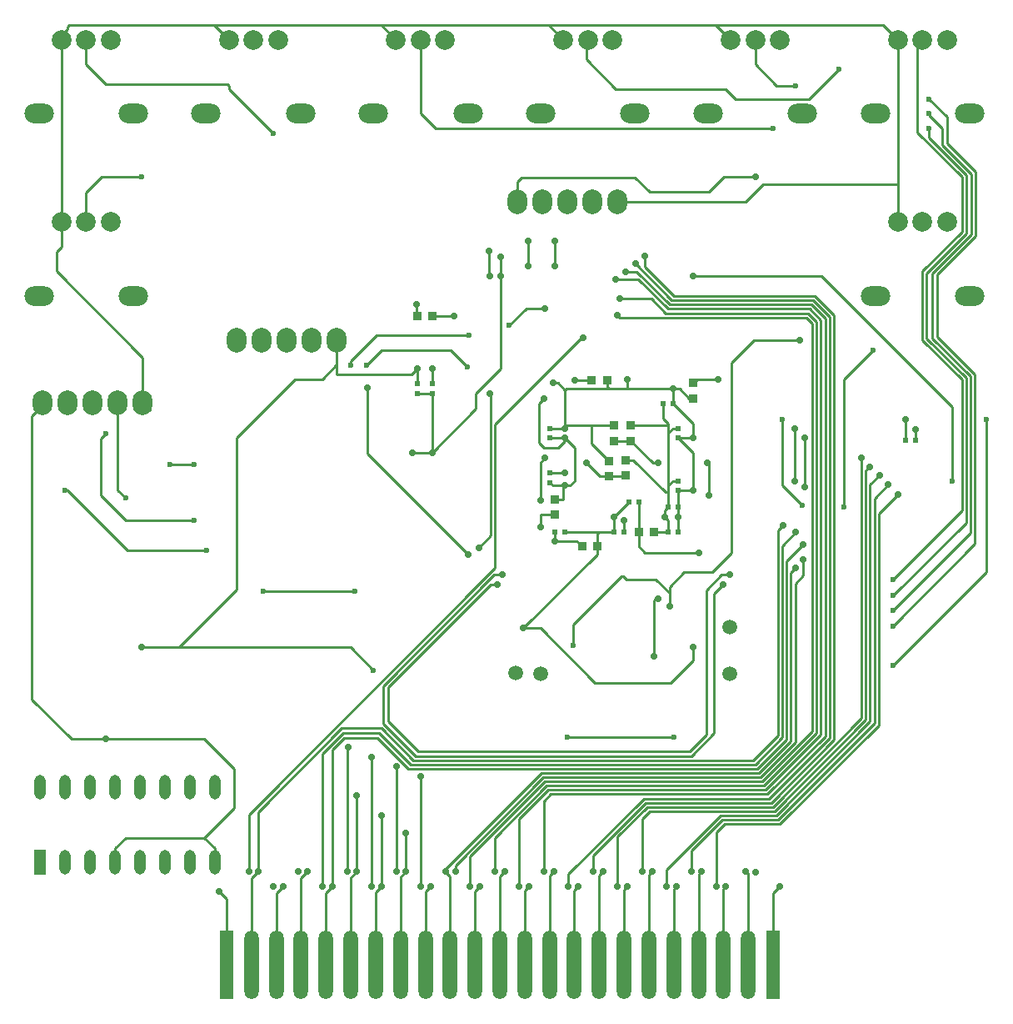
<source format=gbl>
G04*
G04 #@! TF.GenerationSoftware,Altium Limited,Altium Designer,19.0.15 (446)*
G04*
G04 Layer_Physical_Order=2*
G04 Layer_Color=16711680*
%FSLAX42Y42*%
%MOMM*%
G71*
G01*
G75*
%ADD11C,0.25*%
%ADD36R,0.90X0.85*%
%ADD38R,0.60X0.60*%
%ADD41R,0.85X0.90*%
%ADD42R,0.60X0.60*%
%ADD48O,1.45X7.00*%
%ADD49R,1.45X7.00*%
%ADD51O,3.00X2.00*%
%ADD52C,2.00*%
%ADD53O,2.00X2.50*%
%ADD54C,1.52*%
%ADD55O,1.20X2.50*%
%ADD56R,1.20X2.50*%
%ADD57C,0.60*%
%ADD58C,0.70*%
D11*
X4302Y-900D02*
Y-152D01*
X4300Y-150D02*
X4302Y-152D01*
Y-900D02*
X4452Y-1050D01*
X7882D01*
X9650Y-1200D02*
Y-933D01*
X9467Y-750D02*
X9650Y-933D01*
Y-1200D02*
X9943Y-1493D01*
Y-2140D02*
Y-1493D01*
X9350Y-200D02*
X9400Y-150D01*
X9350Y-1090D02*
Y-200D01*
Y-1090D02*
X9800Y-1540D01*
X9467Y-917D02*
Y-900D01*
Y-917D02*
X9600Y-1050D01*
Y-1218D02*
Y-1050D01*
X9467Y-1145D02*
X9843Y-1522D01*
X9467Y-1145D02*
Y-1050D01*
X3448Y-3444D02*
Y-3197D01*
Y-3550D02*
Y-3444D01*
Y-3550D02*
X4207D01*
X4265Y-3491D01*
X1750Y-4459D02*
X2000D01*
X3589Y-3450D02*
Y-3411D01*
X3850Y-3150D01*
X4792D01*
X5200Y-3050D02*
X5376Y-2874D01*
X5566D01*
X1050Y-4200D02*
X1100Y-4150D01*
X1050Y-4776D02*
Y-4200D01*
Y-4776D02*
X1300Y-5026D01*
X2000D01*
X3750Y-3450D02*
X3900Y-3300D01*
X4606D01*
X4777Y-3471D01*
X10050Y-5551D02*
Y-4004D01*
X9101Y-6500D02*
X10050Y-5551D01*
X6871Y-7232D02*
X6872Y-7233D01*
X5787Y-7232D02*
X6871D01*
X7202Y-7208D02*
Y-5735D01*
X4278Y-7377D02*
X7033D01*
X7202Y-5735D02*
X7356Y-5580D01*
X7033Y-7377D02*
X7202Y-7208D01*
X3588Y-6318D02*
X3820Y-6550D01*
X1847Y-6318D02*
X3588D01*
X5055Y-5512D02*
Y-4051D01*
X2552Y-8016D02*
X5055Y-5512D01*
Y-4051D02*
X5931Y-3174D01*
X6831Y-5768D02*
Y-5703D01*
X688Y-4726D02*
X714D01*
X684Y-4722D02*
X688Y-4726D01*
X714D02*
X1318Y-5330D01*
X2123D01*
X2700Y-5750D02*
X3632D01*
X5850Y-6300D02*
Y-6088D01*
X6339Y-5599D01*
X6361D01*
X6390Y-5628D01*
X6692D01*
X6831Y-5768D01*
Y-5900D02*
Y-5768D01*
X9500Y-2522D02*
X9900Y-2122D01*
X9843Y-2118D02*
Y-1522D01*
X9443Y-2518D02*
X9843Y-2118D01*
X9800Y-2100D02*
Y-1540D01*
X9400Y-2500D02*
X9800Y-2100D01*
X9900Y-2122D02*
Y-1518D01*
X9600Y-1218D02*
X9900Y-1518D01*
X9930Y-5267D02*
Y-3546D01*
X9550Y-3167D02*
X9930Y-3546D01*
X9550Y-3167D02*
Y-2533D01*
X9943Y-2140D01*
X9886Y-5157D02*
Y-3564D01*
X9500Y-3178D02*
X9886Y-3564D01*
X9500Y-3178D02*
Y-2522D01*
X9097Y-6100D02*
X9930Y-5267D01*
X5981Y-350D02*
Y-169D01*
X6000Y-150D01*
X5981Y-350D02*
X6281Y-650D01*
X7402D01*
X7502Y-750D01*
X8250D01*
X8550Y-450D01*
X9100Y-5943D02*
X9886Y-5157D01*
X9843Y-5050D02*
Y-3582D01*
X9100Y-5793D02*
X9843Y-5050D01*
X9443Y-3182D02*
X9843Y-3582D01*
X9443Y-3182D02*
Y-2518D01*
X9800Y-4930D02*
Y-3600D01*
X9400Y-3200D02*
X9800Y-3600D01*
X9400Y-3200D02*
Y-2500D01*
X7700Y-400D02*
Y-150D01*
Y-400D02*
X7917Y-617D01*
X8110D01*
X7777Y-1618D02*
X9150D01*
Y-150D01*
X7602Y-1794D02*
X7777Y-1618D01*
X9150Y-2000D02*
Y-1618D01*
X9101Y-5628D02*
X9800Y-4930D01*
X4547Y-8594D02*
X4599Y-8646D01*
X7282Y-5775D02*
X7377Y-5680D01*
X7356Y-5580D02*
X7438D01*
X6831Y-5703D02*
X6980Y-5554D01*
X7262D01*
X7973Y-4669D02*
Y-4004D01*
Y-4669D02*
X8180Y-4876D01*
X8600Y-3600D02*
X8900Y-3300D01*
X8600Y-4893D02*
Y-3600D01*
X900Y-400D02*
X1100Y-600D01*
X900Y-400D02*
Y-150D01*
X1100Y-600D02*
X2335D01*
X2350Y-615D01*
Y-648D02*
Y-615D01*
Y-648D02*
X2802Y-1100D01*
X900Y-2000D02*
Y-1700D01*
X1060Y-1540D01*
X1462D01*
X1222Y-4722D02*
X1300Y-4800D01*
X1222Y-4722D02*
Y-3833D01*
X9000Y0D02*
X9150Y-150D01*
X7300Y0D02*
X9000D01*
X7300D02*
X7450Y-150D01*
X5600Y0D02*
X7300D01*
X3900D02*
X5600D01*
X5750Y-150D01*
X3900Y0D02*
X4050Y-150D01*
X2200Y0D02*
X3900D01*
X2200D02*
X2350Y-150D01*
X728Y0D02*
X2200D01*
X714Y-15D02*
X728Y0D01*
X714Y-39D02*
Y-15D01*
X650Y-103D02*
X714Y-39D01*
X650Y-150D02*
Y-103D01*
Y-150D02*
X650Y-150D01*
Y-2000D02*
Y-150D01*
Y-2000D02*
X650Y-2000D01*
X600Y-2500D02*
Y-2299D01*
X650Y-2249D01*
Y-2000D01*
X600Y-2500D02*
X1476Y-3376D01*
Y-3833D02*
Y-3376D01*
X350Y-6850D02*
Y-3968D01*
X460Y-3858D01*
Y-3833D01*
X9700Y-4626D02*
Y-3880D01*
X8370Y-2550D02*
X9700Y-3880D01*
X7066Y-2550D02*
X8370D01*
X6295Y-1794D02*
X7602D01*
X6627Y-1694D02*
X7231D01*
X6477Y-1544D02*
X6627Y-1694D01*
X7231D02*
X7385Y-1540D01*
X6793Y-2924D02*
X8235D01*
X6643Y-2774D02*
X6793Y-2924D01*
X6322Y-2774D02*
X6643D01*
X6811Y-2880D02*
X8253D01*
X6514Y-2584D02*
X6811Y-2880D01*
X6281Y-2584D02*
X6514D01*
X6829Y-2837D02*
X8271D01*
X6495Y-2504D02*
X6829Y-2837D01*
X6381Y-2504D02*
X6495D01*
X6874Y-2751D02*
X8306D01*
X6581Y-2458D02*
X6874Y-2751D01*
X6581Y-2458D02*
Y-2344D01*
X8306Y-2751D02*
X8498Y-2942D01*
X8289Y-2794D02*
X8455Y-2960D01*
X6852Y-2794D02*
X8289D01*
X6482Y-2424D02*
X6852Y-2794D01*
X8271Y-2837D02*
X8412Y-2978D01*
X8253Y-2880D02*
X8368Y-2996D01*
X8235Y-2924D02*
X8325Y-3014D01*
X8498Y-7258D02*
Y-2942D01*
X8455Y-7240D02*
Y-2960D01*
X8412Y-7222D02*
Y-2978D01*
X8368Y-7204D02*
Y-2996D01*
X8325Y-7187D02*
Y-3014D01*
X8217Y-2967D02*
X8282Y-3031D01*
Y-7169D02*
Y-3031D01*
X6324Y-2967D02*
X8217D01*
X6302Y-2944D02*
X6324Y-2967D01*
X3652Y-8594D02*
Y-7824D01*
X3970Y-7069D02*
X4278Y-7377D01*
X4552Y-8594D02*
Y-8569D01*
X5528Y-7593D02*
X7736D01*
X4552Y-8569D02*
X5528Y-7593D01*
X5621Y-7809D02*
X7825D01*
X5552Y-7878D02*
X5621Y-7809D01*
X5552Y-8594D02*
Y-7878D01*
X5599Y-7765D02*
X7807D01*
X5302Y-8063D02*
X5599Y-7765D01*
X5302Y-8744D02*
Y-8063D01*
X5581Y-7722D02*
X7789D01*
X5052Y-8252D02*
X5581Y-7722D01*
X5052Y-8594D02*
Y-8252D01*
X5563Y-7679D02*
X7771D01*
X4802Y-8441D02*
X5563Y-7679D01*
X4802Y-8744D02*
Y-8441D01*
X5546Y-7636D02*
X7754D01*
X4652Y-8530D02*
X5546Y-7636D01*
X4652Y-8594D02*
Y-8530D01*
X5802Y-8617D02*
X6567Y-7852D01*
X5802Y-8744D02*
Y-8617D01*
X6567Y-7852D02*
X7843D01*
X6052Y-8428D02*
X6584Y-7895D01*
X6052Y-8594D02*
Y-8428D01*
X6584Y-7895D02*
X7861D01*
X6629Y-7981D02*
X7897D01*
X6552Y-8058D02*
X6629Y-7981D01*
X6552Y-8594D02*
Y-8058D01*
X6802Y-8572D02*
X7349Y-8025D01*
X6802Y-8744D02*
Y-8572D01*
X7349Y-8025D02*
X7914D01*
X7389Y-8111D02*
X7950D01*
X7302Y-8198D02*
X7389Y-8111D01*
X7302Y-8744D02*
Y-8198D01*
X7950Y-8111D02*
X8954Y-7107D01*
X7367Y-8068D02*
X7932D01*
X7052Y-8383D02*
X7367Y-8068D01*
X7052Y-8594D02*
Y-8383D01*
X7932Y-8068D02*
X8911Y-7089D01*
X7914Y-8025D02*
X8868Y-7071D01*
X7897Y-7981D02*
X8825Y-7053D01*
X6602Y-7938D02*
X7879D01*
X6302Y-8239D02*
X6602Y-7938D01*
X6302Y-8744D02*
Y-8239D01*
X7879Y-7938D02*
X8782Y-7035D01*
X7861Y-7895D02*
X8498Y-7258D01*
X7843Y-7852D02*
X8455Y-7240D01*
X7825Y-7809D02*
X8412Y-7222D01*
X7807Y-7765D02*
X8368Y-7204D01*
X7789Y-7722D02*
X8325Y-7187D01*
X7771Y-7679D02*
X8282Y-7169D01*
X7754Y-7636D02*
X8108Y-7282D01*
X7736Y-7593D02*
X8060Y-7269D01*
X4170Y-7550D02*
X7718D01*
X3860Y-7240D02*
X4170Y-7550D01*
X7718D02*
X8016Y-7251D01*
X4196Y-7506D02*
X7700D01*
X3880Y-7190D02*
X4196Y-7506D01*
X7700D02*
X7973Y-7233D01*
X8954Y-7107D02*
Y-4961D01*
X8911Y-7089D02*
Y-4804D01*
X8868Y-7071D02*
Y-4664D01*
X8825Y-7053D02*
Y-4521D01*
X8782Y-7035D02*
Y-4391D01*
X8108Y-7282D02*
Y-5670D01*
X8060Y-7269D02*
Y-5564D01*
X8016Y-7251D02*
Y-5444D01*
X7973Y-7233D02*
Y-5287D01*
X7930Y-7215D02*
Y-5130D01*
X7682Y-7463D02*
X7930Y-7215D01*
X4223Y-7463D02*
X7682D01*
X8190Y-5588D02*
Y-5430D01*
X8108Y-5670D02*
X8190Y-5588D01*
X8060Y-5564D02*
X8110Y-5514D01*
X8016Y-5444D02*
X8190Y-5270D01*
X7973Y-5287D02*
X8110Y-5150D01*
X8954Y-4961D02*
X9152Y-4764D01*
X8911Y-4804D02*
X9052Y-4664D01*
X8868Y-4664D02*
X8962Y-4570D01*
X8825Y-4521D02*
X8862Y-4484D01*
X2552Y-8594D02*
Y-8016D01*
X3497Y-7140D02*
X3900D01*
X2649Y-7988D02*
X3497Y-7140D01*
X2649Y-8594D02*
Y-7988D01*
X3509Y-7190D02*
X3880D01*
X3302Y-7397D02*
X3509Y-7190D01*
X3302Y-8744D02*
Y-7397D01*
X3520Y-7240D02*
X3860D01*
X3402Y-7358D02*
X3520Y-7240D01*
X3402Y-8744D02*
Y-7358D01*
X5049Y-5580D02*
X5130D01*
X3920Y-6709D02*
X5049Y-5580D01*
X3920Y-7090D02*
Y-6709D01*
X5010Y-5680D02*
X5080D01*
X3970Y-6720D02*
X5010Y-5680D01*
X3970Y-7069D02*
Y-6720D01*
X5012Y-5184D02*
Y-3734D01*
X7282Y-7190D02*
Y-5775D01*
X4250Y-7420D02*
X7052D01*
X3920Y-7090D02*
X4250Y-7420D01*
X1847Y-6318D02*
X2432Y-5734D01*
X1462Y-6318D02*
X1847D01*
X5110Y-3490D02*
Y-2550D01*
X4860Y-3740D02*
X5110Y-3490D01*
X4860Y-3897D02*
Y-3740D01*
X4415Y-4341D02*
X4860Y-3897D01*
X4996Y-2546D02*
X5000Y-2550D01*
X4996Y-2546D02*
Y-2294D01*
X4992Y-2290D02*
X4996Y-2294D01*
X5110Y-2550D02*
Y-2350D01*
X7930Y-5130D02*
X7980Y-5080D01*
X3552Y-7344D02*
X3562Y-7334D01*
X7052Y-7420D02*
X7282Y-7190D01*
X3900Y-7140D02*
X4223Y-7463D01*
X3762Y-4354D02*
X4782Y-5374D01*
X3762Y-4354D02*
Y-3684D01*
X8200Y-4690D02*
Y-4193D01*
X8102Y-4630D02*
Y-4100D01*
X7462Y-3424D02*
X7688Y-3197D01*
X8150D01*
X7385Y-1540D02*
X7700D01*
X350Y-6850D02*
X750Y-7250D01*
X1100D01*
X2100D01*
X2400Y-7550D01*
Y-7950D02*
Y-7550D01*
X2100Y-8250D02*
X2400Y-7950D01*
X2208Y-8500D02*
Y-8358D01*
X2100Y-8250D02*
X2208Y-8358D01*
X1300Y-8250D02*
X2100D01*
X1192Y-8358D02*
X1300Y-8250D01*
X1192Y-8500D02*
Y-8358D01*
X5279Y-1794D02*
Y-1591D01*
X5326Y-1544D01*
X6477D01*
X7066Y-6449D02*
Y-6318D01*
X6839Y-6677D02*
X7066Y-6449D01*
X6074Y-6677D02*
X6839D01*
X5521Y-6124D02*
X6074Y-6677D01*
X5342Y-6124D02*
X5521D01*
X5502Y-3844D02*
X5552Y-3794D01*
X5502Y-4244D02*
Y-3844D01*
Y-4244D02*
X5552Y-4294D01*
X5694D01*
X5766Y-4221D01*
Y-4193D01*
X1476Y-3833D02*
X1552Y-3909D01*
X6402Y-3693D02*
X6866D01*
X6216D02*
X6402D01*
Y-3594D01*
X3298D02*
X3448Y-3444D01*
X3026Y-3594D02*
X3298D01*
X2432Y-4188D02*
X3026Y-3594D01*
X2432Y-5734D02*
Y-4188D01*
X7262Y-5554D02*
X7462Y-5354D01*
Y-3424D01*
X7079Y-3631D02*
X7116Y-3594D01*
X7322D01*
X7074Y-3626D02*
X7079Y-3631D01*
X7066Y-3633D02*
X7074Y-3626D01*
X4152Y-8594D02*
Y-8204D01*
X3902Y-8744D02*
Y-8024D01*
X4302Y-8744D02*
Y-7624D01*
X4052Y-8594D02*
Y-7527D01*
X3802Y-8744D02*
Y-7431D01*
X3552Y-8594D02*
Y-7344D01*
X3802Y-8744D02*
X3812Y-8734D01*
X5931Y-3174D02*
X5952D01*
X5662Y-2444D02*
Y-2194D01*
X5392Y-2444D02*
Y-2194D01*
X4262Y-2950D02*
X4265Y-2954D01*
X4262Y-2950D02*
Y-2834D01*
X5342Y-6124D02*
X6094Y-5372D01*
Y-5293D01*
X6692Y-5824D02*
X6712D01*
X6672Y-5844D02*
X6692Y-5824D01*
X6672Y-6404D02*
Y-5844D01*
X5002Y-3744D02*
X5002D01*
X5012Y-3734D01*
X4892Y-5304D02*
X5012Y-5184D01*
X3337Y-8809D02*
X3402Y-8744D01*
X3337Y-9544D02*
Y-8809D01*
X4547Y-8594D02*
X4552D01*
X4599Y-9544D02*
Y-8646D01*
X7602Y-8594D02*
X7607D01*
X7629Y-8616D01*
Y-9544D02*
Y-8616D01*
X6816Y-4743D02*
Y-4676D01*
Y-4893D02*
Y-4743D01*
X6790D02*
X6816D01*
X6463Y-4415D02*
X6790Y-4743D01*
X6385Y-4415D02*
X6463D01*
X6030Y-4065D02*
X6266D01*
X5794D02*
X6030D01*
X6039Y-4074D01*
Y-4251D02*
Y-4074D01*
Y-4251D02*
X6215Y-4427D01*
X6374Y-4582D02*
X6385Y-4570D01*
X6215Y-4582D02*
X6374D01*
X6120D02*
X6215D01*
X5981Y-4443D02*
X6120Y-4582D01*
X5516Y-4443D02*
X5566Y-4393D01*
X5516Y-4826D02*
Y-4443D01*
X5766Y-4093D02*
X5794Y-4065D01*
X6816D02*
Y-4043D01*
Y-4143D02*
Y-4065D01*
X6436D02*
X6816D01*
X6266Y-4220D02*
X6436D01*
X6659Y-4443D01*
X6716D01*
X7216D02*
X7231Y-4458D01*
Y-4776D02*
Y-4458D01*
X5744Y-4698D02*
X5766Y-4676D01*
X5744Y-4815D02*
Y-4698D01*
X5666Y-4815D02*
X5744D01*
X5516Y-4970D02*
X5666D01*
X5516Y-5093D02*
Y-4970D01*
X6116Y-5143D02*
X6266D01*
X5766D02*
X6116D01*
X6094Y-5165D02*
X6116Y-5143D01*
X6094Y-5293D02*
Y-5165D01*
X5887Y-5241D02*
X5939Y-5293D01*
X5666Y-5241D02*
X5887D01*
X6266Y-4993D02*
X6416Y-4843D01*
X6416D01*
X6516D02*
X6518Y-4845D01*
Y-5143D02*
Y-4845D01*
X6816Y-5143D02*
X6816Y-5143D01*
X6673Y-5143D02*
X6816D01*
X6518Y-5293D02*
Y-5143D01*
Y-5293D02*
X6581Y-5356D01*
X7131D01*
X5779Y-3693D02*
X6216D01*
X6194Y-3670D02*
X6216Y-3693D01*
X6194Y-3670D02*
Y-3606D01*
X6037Y-3608D02*
X6039Y-3606D01*
X5866Y-3608D02*
X6037D01*
X5694Y-3633D02*
X5766Y-3706D01*
X5649Y-3633D02*
X5694D01*
X6866Y-3693D02*
X6931D01*
X7026Y-3788D01*
X7066D01*
X5766Y-3706D02*
X5779Y-3693D01*
X5766Y-4093D02*
Y-3706D01*
X6266Y-5143D02*
X6266Y-5143D01*
X5766Y-4193D02*
X5866Y-4293D01*
Y-4626D02*
Y-4293D01*
X5816Y-4676D02*
X5866Y-4626D01*
X5766Y-4676D02*
X5816D01*
X6866Y-3843D02*
Y-3693D01*
Y-3843D02*
X7066Y-4043D01*
Y-4193D02*
Y-4043D01*
X6766Y-3993D02*
Y-3843D01*
Y-3993D02*
X6816Y-4043D01*
X6916Y-4193D02*
X7066D01*
X6866Y-4093D02*
X6916D01*
X6816Y-4143D02*
X6866Y-4093D01*
X6816Y-4676D02*
Y-4143D01*
X6916Y-4193D02*
X7066Y-4343D01*
Y-4726D02*
Y-4343D01*
X6916Y-4726D02*
X7066D01*
X6866Y-4626D02*
X6916D01*
X6816Y-4676D02*
X6866Y-4626D01*
X6916Y-4893D02*
Y-4726D01*
Y-4993D02*
Y-4893D01*
X6781Y-4928D02*
X6816Y-4893D01*
X6781Y-4993D02*
Y-4928D01*
X6816Y-5143D02*
Y-5028D01*
X6781Y-4993D02*
X6816Y-5028D01*
X6916Y-5143D02*
Y-4993D01*
X6366Y-5143D02*
Y-5026D01*
X6266Y-5143D02*
Y-4993D01*
X5666Y-5241D02*
Y-5143D01*
X5616Y-4643D02*
X5649Y-4676D01*
X5766D01*
X5616Y-4543D02*
X5766D01*
X5616Y-4193D02*
X5766D01*
X5616Y-4093D02*
X5766D01*
X5766Y-4093D01*
X2579Y-8664D02*
X2649Y-8594D01*
X2579Y-9544D02*
Y-8664D01*
X7377Y-8769D02*
X7402Y-8744D01*
X7377Y-9544D02*
Y-8769D01*
X7124Y-8621D02*
X7152Y-8594D01*
X7124Y-9544D02*
Y-8621D01*
X6872Y-8774D02*
X6902Y-8744D01*
X6872Y-9544D02*
Y-8774D01*
X6619Y-8626D02*
X6652Y-8594D01*
X6619Y-9544D02*
Y-8626D01*
X6367Y-8779D02*
X6402Y-8744D01*
X6367Y-9544D02*
Y-8779D01*
X6114Y-8631D02*
X6152Y-8594D01*
X6114Y-9544D02*
Y-8631D01*
X5862Y-8784D02*
X5902Y-8744D01*
X5862Y-9544D02*
Y-8784D01*
X5609Y-8636D02*
X5652Y-8594D01*
X5609Y-9544D02*
Y-8636D01*
X5402Y-8744D02*
X5402D01*
X5357Y-8789D02*
X5402Y-8744D01*
X5357Y-9544D02*
Y-8789D01*
X5104Y-8641D02*
X5152Y-8594D01*
X5104Y-9544D02*
Y-8641D01*
X4902Y-8744D02*
X4902D01*
X4852Y-8794D02*
X4902Y-8744D01*
X4852Y-9544D02*
Y-8794D01*
X7882Y-9544D02*
Y-8814D01*
X7952Y-8744D01*
X2327Y-9544D02*
Y-8869D01*
X2252Y-8794D02*
X2327Y-8869D01*
X4347Y-8799D02*
X4402Y-8744D01*
X4347Y-9544D02*
Y-8799D01*
X9332Y-4214D02*
X9332Y-4214D01*
Y-4104D01*
X9232Y-4214D02*
Y-4004D01*
X4420Y-2954D02*
X4420Y-2954D01*
X4643D01*
X4215Y-4341D02*
X4415D01*
X4268Y-3741D02*
X4420D01*
X4265Y-3739D02*
X4268Y-3741D01*
X4415Y-3746D02*
X4420Y-3741D01*
X4415Y-4341D02*
Y-3746D01*
Y-3636D02*
X4420Y-3641D01*
X4415Y-3636D02*
Y-3491D01*
X4265Y-3639D02*
Y-3491D01*
X4094Y-8651D02*
X4152Y-8594D01*
X4094Y-9544D02*
Y-8651D01*
X3842Y-8804D02*
X3902Y-8744D01*
X3842Y-9544D02*
Y-8804D01*
X3589Y-8656D02*
X3652Y-8594D01*
X3589Y-9544D02*
Y-8656D01*
X3084Y-8661D02*
X3152Y-8594D01*
X3084Y-9544D02*
Y-8661D01*
X2902Y-8744D02*
X2902D01*
X2832Y-8814D02*
X2902Y-8744D01*
X2832Y-9544D02*
Y-8814D01*
D36*
X6385Y-4415D02*
D03*
Y-4570D02*
D03*
X6215Y-4427D02*
D03*
Y-4582D02*
D03*
X6436Y-4065D02*
D03*
Y-4220D02*
D03*
X6266Y-4065D02*
D03*
Y-4220D02*
D03*
X5666Y-4970D02*
D03*
Y-4815D02*
D03*
X7066Y-3633D02*
D03*
Y-3788D02*
D03*
D38*
X6916Y-4093D02*
D03*
Y-4193D02*
D03*
X6916Y-4626D02*
D03*
Y-4726D02*
D03*
X5616Y-4643D02*
D03*
Y-4543D02*
D03*
Y-4193D02*
D03*
Y-4093D02*
D03*
X4420Y-3741D02*
D03*
Y-3641D02*
D03*
X4265Y-3639D02*
D03*
Y-3739D02*
D03*
D41*
X6673Y-5143D02*
D03*
X6518D02*
D03*
X5939Y-5293D02*
D03*
X6094D02*
D03*
X4265Y-2954D02*
D03*
X4420D02*
D03*
X6039Y-3606D02*
D03*
X6194D02*
D03*
D42*
X6766Y-3843D02*
D03*
X6866D02*
D03*
X6816Y-4893D02*
D03*
X6916D02*
D03*
X6516Y-4843D02*
D03*
X6416D02*
D03*
X5666Y-5143D02*
D03*
X5766D02*
D03*
X9332Y-4214D02*
D03*
X9232D02*
D03*
X6366Y-5143D02*
D03*
X6266D02*
D03*
X6916D02*
D03*
X6816D02*
D03*
D48*
X7377Y-9544D02*
D03*
X6367D02*
D03*
X5357D02*
D03*
X7629D02*
D03*
X6872D02*
D03*
X6619D02*
D03*
X6114D02*
D03*
X5862D02*
D03*
X5104D02*
D03*
X4852D02*
D03*
X4599D02*
D03*
X4347D02*
D03*
X4094D02*
D03*
X3589D02*
D03*
X3337D02*
D03*
X2832D02*
D03*
X2579D02*
D03*
X7124D02*
D03*
X5609D02*
D03*
X3842D02*
D03*
X3084D02*
D03*
D49*
X7882D02*
D03*
X2327D02*
D03*
D51*
X8920Y-900D02*
D03*
X9880D02*
D03*
X7220D02*
D03*
X8180D02*
D03*
X5520Y-900D02*
D03*
X6480D02*
D03*
X3820Y-900D02*
D03*
X4780D02*
D03*
X2120Y-900D02*
D03*
X3080D02*
D03*
X420D02*
D03*
X1380D02*
D03*
X1380Y-2750D02*
D03*
X420D02*
D03*
X9880D02*
D03*
X8920D02*
D03*
D52*
X9150Y-150D02*
D03*
X9650D02*
D03*
X9400D02*
D03*
X7450D02*
D03*
X7950D02*
D03*
X7700D02*
D03*
X5750Y-150D02*
D03*
X6250D02*
D03*
X6000D02*
D03*
X4050Y-150D02*
D03*
X4550D02*
D03*
X4300D02*
D03*
X2350Y-150D02*
D03*
X2850D02*
D03*
X2600D02*
D03*
X650D02*
D03*
X1150D02*
D03*
X900D02*
D03*
X900Y-2000D02*
D03*
X1150D02*
D03*
X650D02*
D03*
X9400D02*
D03*
X9650D02*
D03*
X9150D02*
D03*
D53*
X5279Y-1794D02*
D03*
X5787D02*
D03*
X6041D02*
D03*
X6295D02*
D03*
X5533D02*
D03*
X2432Y-3197D02*
D03*
X2940D02*
D03*
X3194D02*
D03*
X3448D02*
D03*
X2686D02*
D03*
X1222Y-3833D02*
D03*
X460D02*
D03*
X714D02*
D03*
X968D02*
D03*
X1476D02*
D03*
D54*
X7438Y-6109D02*
D03*
Y-6589D02*
D03*
X5267Y-6579D02*
D03*
X5517Y-6584D02*
D03*
D55*
X2208Y-7738D02*
D03*
X1954D02*
D03*
X1700D02*
D03*
X1446D02*
D03*
X2208Y-8500D02*
D03*
X1954D02*
D03*
X1700D02*
D03*
X1446D02*
D03*
X684D02*
D03*
X938D02*
D03*
X1192D02*
D03*
X430Y-7738D02*
D03*
X684D02*
D03*
X938D02*
D03*
X1192D02*
D03*
D56*
X430Y-8500D02*
D03*
D57*
X7882Y-1050D02*
D03*
X9467Y-750D02*
D03*
Y-900D02*
D03*
Y-1050D02*
D03*
X1750Y-4459D02*
D03*
X2000D02*
D03*
X3589Y-3450D02*
D03*
X4792Y-3150D02*
D03*
X5200Y-3050D02*
D03*
X1100Y-4150D02*
D03*
X2000Y-5026D02*
D03*
X3750Y-3450D02*
D03*
X4777Y-3471D02*
D03*
X10050Y-4004D02*
D03*
X9101Y-6500D02*
D03*
X6872Y-7233D02*
D03*
X5787Y-7232D02*
D03*
X3820Y-6550D02*
D03*
X684Y-4722D02*
D03*
X2123Y-5330D02*
D03*
X2700Y-5750D02*
D03*
X3632D02*
D03*
X5850Y-6300D02*
D03*
X9097Y-6100D02*
D03*
X8550Y-450D02*
D03*
X9100Y-5943D02*
D03*
X8110Y-617D02*
D03*
X9100Y-5793D02*
D03*
X9101Y-5628D02*
D03*
X7973Y-4004D02*
D03*
X8180Y-4876D02*
D03*
X8900Y-3300D02*
D03*
X8600Y-4893D02*
D03*
X2802Y-1100D02*
D03*
X1462Y-1540D02*
D03*
X1300Y-4800D02*
D03*
X9700Y-4626D02*
D03*
D58*
X7377Y-5680D02*
D03*
X7438Y-5580D02*
D03*
X6831Y-5900D02*
D03*
X5566Y-2874D02*
D03*
X7066Y-2550D02*
D03*
X3652Y-7824D02*
D03*
X5130Y-5580D02*
D03*
X5080Y-5680D02*
D03*
X6281Y-2584D02*
D03*
X1462Y-6318D02*
D03*
X4992Y-2290D02*
D03*
X5110Y-2350D02*
D03*
Y-2550D02*
D03*
X5000D02*
D03*
X3562Y-7334D02*
D03*
X7980Y-5080D02*
D03*
X8110Y-5150D02*
D03*
X8190Y-5270D02*
D03*
Y-5430D02*
D03*
X8110Y-5514D02*
D03*
X4782Y-5374D02*
D03*
X8200Y-4690D02*
D03*
X8102Y-4630D02*
D03*
X8200Y-4193D02*
D03*
X8102Y-4100D02*
D03*
X8150Y-3197D02*
D03*
X7700Y-1540D02*
D03*
X1100Y-7250D02*
D03*
X5552Y-3794D02*
D03*
X6402Y-3594D02*
D03*
X7322D02*
D03*
X3762Y-3684D02*
D03*
X3802Y-7431D02*
D03*
X4152Y-8204D02*
D03*
X4302Y-7624D02*
D03*
X4052Y-7527D02*
D03*
X5952Y-3174D02*
D03*
X5662Y-2444D02*
D03*
Y-2194D02*
D03*
X5392Y-2444D02*
D03*
Y-2194D02*
D03*
X4262Y-2834D02*
D03*
X5342Y-6124D02*
D03*
X7066Y-6318D02*
D03*
X6712Y-5824D02*
D03*
X6672Y-6404D02*
D03*
X5002Y-3744D02*
D03*
X4892Y-5304D02*
D03*
X3402Y-8744D02*
D03*
X3302D02*
D03*
X6302Y-2944D02*
D03*
X6322Y-2774D02*
D03*
X6381Y-2504D02*
D03*
X6482Y-2424D02*
D03*
X6581Y-2344D02*
D03*
X9152Y-4764D02*
D03*
X9052Y-4664D02*
D03*
X8962Y-4570D02*
D03*
X8862Y-4484D02*
D03*
X8782Y-4391D02*
D03*
X3902Y-8024D02*
D03*
X4552Y-8594D02*
D03*
X4652D02*
D03*
X7702Y-8599D02*
D03*
X7602Y-8594D02*
D03*
X5981Y-4443D02*
D03*
X5566Y-4393D02*
D03*
X5516Y-4826D02*
D03*
X6716Y-4443D02*
D03*
X7216D02*
D03*
X7231Y-4776D02*
D03*
X5516Y-5093D02*
D03*
X7131Y-5356D02*
D03*
X5866Y-3608D02*
D03*
X5649Y-3633D02*
D03*
X6866Y-3693D02*
D03*
X7066Y-4193D02*
D03*
Y-4726D02*
D03*
X6781Y-4993D02*
D03*
X6916Y-4993D02*
D03*
X6366Y-5026D02*
D03*
X6266Y-4993D02*
D03*
X5666Y-5241D02*
D03*
X5766Y-4676D02*
D03*
Y-4543D02*
D03*
Y-4193D02*
D03*
Y-4093D02*
D03*
X2649Y-8594D02*
D03*
X2552D02*
D03*
X7402Y-8744D02*
D03*
X7302D02*
D03*
X7152Y-8594D02*
D03*
X7052D02*
D03*
X6902Y-8744D02*
D03*
X6802D02*
D03*
X6652Y-8594D02*
D03*
X6552D02*
D03*
X6402Y-8744D02*
D03*
X6302D02*
D03*
X6152Y-8594D02*
D03*
X6052D02*
D03*
X5902Y-8744D02*
D03*
X5802D02*
D03*
X5652Y-8594D02*
D03*
X5552D02*
D03*
X5402Y-8744D02*
D03*
X5302D02*
D03*
X5152Y-8594D02*
D03*
X5052D02*
D03*
X4902Y-8744D02*
D03*
X4802D02*
D03*
X7952D02*
D03*
X2252Y-8794D02*
D03*
X4302Y-8744D02*
D03*
X2802D02*
D03*
X3052Y-8594D02*
D03*
X3552D02*
D03*
X3802Y-8744D02*
D03*
X4052Y-8594D02*
D03*
X4402Y-8744D02*
D03*
X9332Y-4104D02*
D03*
X9232Y-4004D02*
D03*
X4643Y-2954D02*
D03*
X4215Y-4341D02*
D03*
X4415D02*
D03*
Y-3491D02*
D03*
X4265D02*
D03*
X4152Y-8594D02*
D03*
X3902Y-8744D02*
D03*
X3652Y-8594D02*
D03*
X3152D02*
D03*
X2902Y-8744D02*
D03*
M02*

</source>
